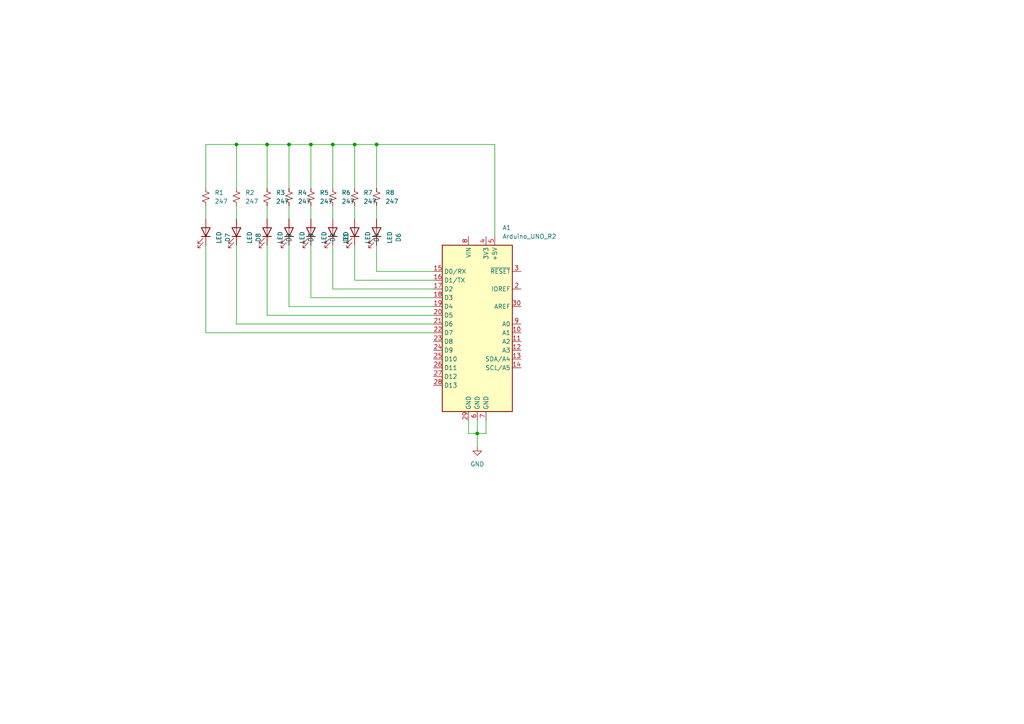
<source format=kicad_sch>
(kicad_sch (version 20230121) (generator eeschema)
  (paper "A4")
  (title_block (title "ARDUINO_UNO_SHIELD") (date "2024-01-18") (rev "1") (company "BACH KHOA UNIVERSITY"))
  (lib_symbols
    (symbol "Device:LED" (pin_numbers hide) (pin_names (offset 1.016) hide)
      (property "Reference" "D" (at 0 2.54 0))
      (property "Value" "LED" (at 0 -2.54 0))
      (symbol "LED_0_1"
        (polyline (pts (xy -1.27 -1.27) (xy -1.27 1.27)) (stroke (width 0.254)))
        (polyline (pts (xy -1.27 0) (xy 1.27 0)))
        (polyline (pts (xy 1.27 -1.27) (xy 1.27 1.27) (xy -1.27 0) (xy 1.27 -1.27)) (stroke (width 0.254)))
        (polyline (pts (xy -3.048 -0.762) (xy -4.572 -2.286) (xy -3.81 -2.286) (xy -4.572 -2.286) (xy -4.572 -1.524)))
        (polyline (pts (xy -1.778 -0.762) (xy -3.302 -2.286) (xy -2.54 -2.286) (xy -3.302 -2.286) (xy -3.302 -1.524)))
      )
      (symbol "LED_1_1"
        (pin passive line (at -3.81 0 0) (length 2.54) (name "K") (number "1"))
        (pin passive line (at 3.81 0 180) (length 2.54) (name "A") (number "2"))
      )
    )
    (symbol "Device:R_Small_US" (pin_numbers hide) (pin_names (offset 0.254) hide)
      (property "Reference" "R1" (at 2.54 1.27 0))
      (property "Value" "247" (at 2.54 -1.27 0))
      (symbol "R_Small_US_1_1"
        (polyline (pts (xy 0 0) (xy 1.016 -0.381) (xy 0 -0.762) (xy -1.016 -1.143) (xy 0 -1.524)))
        (polyline (pts (xy 0 1.524) (xy 1.016 1.143) (xy 0 0.762) (xy -1.016 0.381) (xy 0 0)))
        (pin passive line (at 0 2.54 270) (length 1.016) (name "~") (number "1"))
        (pin passive line (at 0 -2.54 90) (length 1.016) (name "~") (number "2"))
      )
    )
    (symbol "MCU_Module:Arduino_UNO_R2"
      (property "Reference" "A" (at -10.16 23.495 0))
      (property "Value" "Arduino_UNO_R2" (at 5.08 -26.67 0))
      (symbol "Arduino_UNO_R2_0_1"
        (rectangle (start -10.16 22.86) (end 10.16 -25.4) (stroke (width 0.254)) (fill (type background)))
      )
      (symbol "Arduino_UNO_R2_1_1"
        (pin no_connect line (at -10.16 -20.32 0) (length 2.54) hide (name "NC") (number "1"))
        (pin bidirectional line (at 12.7 -2.54 180) (length 2.54) (name "A1") (number "10"))
        (pin bidirectional line (at 12.7 -5.08 180) (length 2.54) (name "A2") (number "11"))
        (pin bidirectional line (at 12.7 -7.62 180) (length 2.54) (name "A3") (number "12"))
        (pin bidirectional line (at 12.7 -10.16 180) (length 2.54) (name "SDA/A4") (number "13"))
        (pin bidirectional line (at 12.7 -12.7 180) (length 2.54) (name "SCL/A5") (number "14"))
        (pin bidirectional line (at -12.7 15.24 0) (length 2.54) (name "D0/RX") (number "15"))
        (pin bidirectional line (at -12.7 12.7 0) (length 2.54) (name "D1/TX") (number "16"))
        (pin bidirectional line (at -12.7 10.16 0) (length 2.54) (name "D2") (number "17"))
        (pin bidirectional line (at -12.7 7.62 0) (length 2.54) (name "D3") (number "18"))
        (pin bidirectional line (at -12.7 5.08 0) (length 2.54) (name "D4") (number "19"))
        (pin output line (at 12.7 10.16 180) (length 2.54) (name "IOREF") (number "2"))
        (pin bidirectional line (at -12.7 2.54 0) (length 2.54) (name "D5") (number "20"))
        (pin bidirectional line (at -12.7 0 0) (length 2.54) (name "D6") (number "21"))
        (pin bidirectional line (at -12.7 -2.54 0) (length 2.54) (name "D7") (number "22"))
        (pin bidirectional line (at -12.7 -5.08 0) (length 2.54) (name "D8") (number "23"))
        (pin bidirectional line (at -12.7 -7.62 0) (length 2.54) (name "D9") (number "24"))
        (pin bidirectional line (at -12.7 -10.16 0) (length 2.54) (name "D10") (number "25"))
        (pin bidirectional line (at -12.7 -12.7 0) (length 2.54) (name "D11") (number "26"))
        (pin bidirectional line (at -12.7 -15.24 0) (length 2.54) (name "D12") (number "27"))
        (pin bidirectional line (at -12.7 -17.78 0) (length 2.54) (name "D13") (number "28"))
        (pin power_in line (at -2.54 -27.94 90) (length 2.54) (name "GND") (number "29"))
        (pin input line (at 12.7 15.24 180) (length 2.54) (name "~{RESET}") (number "3"))
        (pin input line (at 12.7 5.08 180) (length 2.54) (name "AREF") (number "30"))
        (pin power_out line (at 2.54 25.4 270) (length 2.54) (name "3V3") (number "4"))
        (pin power_out line (at 5.08 25.4 270) (length 2.54) (name "+5V") (number "5"))
        (pin power_in line (at 0 -27.94 90) (length 2.54) (name "GND") (number "6"))
        (pin power_in line (at 2.54 -27.94 90) (length 2.54) (name "GND") (number "7"))
        (pin power_in line (at -2.54 25.4 270) (length 2.54) (name "VIN") (number "8"))
        (pin bidirectional line (at 12.7 0 180) (length 2.54) (name "A0") (number "9"))
      )
    )
    (symbol "power:GND" (power) (pin_names (offset 0))
      (property "Value" "GND" (at 0 -3.81 0))
      (symbol "GND_0_1"
        (polyline (pts (xy 0 0) (xy 0 -1.27) (xy 1.27 -1.27) (xy 0 -2.54) (xy -1.27 -1.27) (xy 0 -1.27)))
      )
      (symbol "GND_1_1"
        (pin power_in line (at 0 0 270) (length 0) hide (name "GND") (number "1"))
      )
    )
  )
  (junction (at 96.52 41.91))
  (junction (at 77.47 41.91))
  (junction (at 102.87 41.91))
  (junction (at 138.43 125.73))
  (junction (at 68.58 41.91))
  (junction (at 83.82 41.91))
  (junction (at 109.22 41.91))
  (junction (at 90.17 41.91))
  (wire (pts (xy 109.22 59.69) (xy 109.22 63.5)))
  (wire (pts (xy 102.87 41.91) (xy 109.22 41.91)))
  (wire (pts (xy 140.97 121.92) (xy 140.97 125.73)))
  (wire (pts (xy 90.17 41.91) (xy 90.17 54.61)))
  (wire (pts (xy 138.43 125.73) (xy 138.43 129.54)))
  (wire (pts (xy 68.58 41.91) (xy 77.47 41.91)))
  (wire (pts (xy 102.87 81.28) (xy 125.73 81.28)))
  (wire (pts (xy 77.47 71.12) (xy 77.47 91.44)))
  (wire (pts (xy 68.58 59.69) (xy 68.58 63.5)))
  (wire (pts (xy 90.17 71.12) (xy 90.17 86.36)))
  (wire (pts (xy 135.89 121.92) (xy 135.89 125.73)))
  (wire (pts (xy 102.87 71.12) (xy 102.87 81.28)))
  (wire (pts (xy 77.47 41.91) (xy 83.82 41.91)))
  (wire (pts (xy 77.47 41.91) (xy 77.47 54.61)))
  (wire (pts (xy 68.58 41.91) (xy 68.58 54.61)))
  (wire (pts (xy 68.58 71.12) (xy 68.58 93.98)))
  (wire (pts (xy 96.52 41.91) (xy 96.52 54.61)))
  (wire (pts (xy 90.17 59.69) (xy 90.17 63.5)))
  (wire (pts (xy 83.82 88.9) (xy 125.73 88.9)))
  (wire (pts (xy 83.82 59.69) (xy 83.82 63.5)))
  (wire (pts (xy 59.69 96.52) (xy 125.73 96.52)))
  (wire (pts (xy 96.52 83.82) (xy 125.73 83.82)))
  (wire (pts (xy 96.52 71.12) (xy 96.52 83.82)))
  (wire (pts (xy 140.97 125.73) (xy 138.43 125.73)))
  (wire (pts (xy 68.58 93.98) (xy 125.73 93.98)))
  (wire (pts (xy 102.87 59.69) (xy 102.87 63.5)))
  (wire (pts (xy 109.22 54.61) (xy 109.22 41.91)))
  (wire (pts (xy 59.69 71.12) (xy 59.69 96.52)))
  (wire (pts (xy 109.22 41.91) (xy 143.51 41.91)))
  (wire (pts (xy 59.69 41.91) (xy 68.58 41.91)))
  (wire (pts (xy 143.51 41.91) (xy 143.51 68.58)))
  (wire (pts (xy 135.89 125.73) (xy 138.43 125.73)))
  (wire (pts (xy 90.17 86.36) (xy 125.73 86.36)))
  (wire (pts (xy 59.69 59.69) (xy 59.69 63.5)))
  (wire (pts (xy 77.47 59.69) (xy 77.47 63.5)))
  (wire (pts (xy 77.47 91.44) (xy 125.73 91.44)))
  (wire (pts (xy 96.52 59.69) (xy 96.52 63.5)))
  (wire (pts (xy 109.22 71.12) (xy 109.22 78.74)))
  (wire (pts (xy 83.82 41.91) (xy 90.17 41.91)))
  (wire (pts (xy 90.17 41.91) (xy 96.52 41.91)))
  (wire (pts (xy 59.69 54.61) (xy 59.69 41.91)))
  (wire (pts (xy 102.87 41.91) (xy 102.87 54.61)))
  (wire (pts (xy 96.52 41.91) (xy 102.87 41.91)))
  (wire (pts (xy 83.82 41.91) (xy 83.82 54.61)))
  (wire (pts (xy 83.82 71.12) (xy 83.82 88.9)))
  (wire (pts (xy 138.43 121.92) (xy 138.43 125.73)))
  (wire (pts (xy 109.22 78.74) (xy 125.73 78.74)))
  (symbol (lib_id "Device:R_Small_US") (at 68.58 57.15 0) (unit 1)
    (property "Reference" "R2" (at 71.12 55.88 0) (effects (justify left)))
    (property "Value" "247" (at 71.12 58.42 0) (effects (justify left)))
    (property "Footprint" "Resistor_SMD:R_0603_1608Metric" (effects hide))
  )
  (symbol (lib_id "Device:LED") (at 59.69 67.31 270) (mirror x) (unit 1)
    (property "Reference" "D7" (at 66.04 68.8975 0))
    (property "Value" "LED" (at 63.5 68.8975 0))
    (property "Footprint" "LED_SMD:LED_0805_2012Metric" (effects hide))
  )
  (symbol (lib_id "Device:R_Small_US") (at 96.52 57.15 0) (unit 1)
    (property "Reference" "R6" (at 99.06 55.88 0) (effects (justify left)))
    (property "Value" "247" (at 99.06 58.42 0) (effects (justify left)))
    (property "Footprint" "Resistor_SMD:R_0603_1608Metric" (effects hide))
  )
  (symbol (lib_id "Device:LED") (at 83.82 67.31 270) (mirror x) (unit 1)
    (property "Reference" "D3" (at 90.17 68.8975 0))
    (property "Value" "LED" (at 87.63 68.8975 0))
    (property "Footprint" "LED_SMD:LED_0805_2012Metric" (effects hide))
  )
  (symbol (lib_id "Device:LED") (at 68.58 67.31 270) (mirror x) (unit 1)
    (property "Reference" "D8" (at 74.93 68.8975 0))
    (property "Value" "LED" (at 72.39 68.8975 0))
    (property "Footprint" "LED_SMD:LED_0805_2012Metric" (effects hide))
  )
  (symbol (lib_id "Device:R_Small_US") (at 59.69 57.15 0) (unit 1)
    (property "Reference" "R1" (at 62.23 55.88 0) (effects (justify left)))
    (property "Value" "247" (at 62.23 58.42 0) (effects (justify left)))
    (property "Footprint" "Resistor_SMD:R_0603_1608Metric" (effects hide))
  )
  (symbol (lib_id "MCU_Module:Arduino_UNO_R2") (at 138.43 93.98 0) (unit 1)
    (property "Reference" "A1" (at 145.7041 66.04 0) (effects (justify left)))
    (property "Value" "Arduino_UNO_R2" (at 145.7041 68.58 0) (effects (justify left)))
    (property "Footprint" "Module:Arduino_UNO_R2" (effects hide))
    (property "Datasheet" "https://www.arduino.cc/en/Main/arduinoBoardUno" (effects hide))
  )
  (symbol (lib_id "Device:LED") (at 96.52 67.31 270) (mirror x) (unit 1)
    (property "Reference" "D1" (at 100.33 68.8975 0))
    (property "Value" "LED" (at 100.33 68.8975 0))
    (property "Footprint" "LED_SMD:LED_0805_2012Metric" (effects hide))
  )
  (symbol (lib_id "power:GND") (at 138.43 129.54 0) (unit 1)
    (property "Reference" "#PWR01" (effects hide))
    (property "Value" "GND" (at 138.43 134.62 0))
  )
  (symbol (lib_id "Device:LED") (at 102.87 67.31 270) (mirror x) (unit 1)
    (property "Reference" "D4" (at 109.22 68.8975 0))
    (property "Value" "LED" (at 106.68 68.8975 0))
    (property "Footprint" "LED_SMD:LED_0805_2012Metric" (effects hide))
  )
  (symbol (lib_id "Device:LED") (at 109.22 67.31 270) (mirror x) (unit 1)
    (property "Reference" "D6" (at 115.57 68.8975 0))
    (property "Value" "LED" (at 113.03 68.8975 0))
    (property "Footprint" "LED_SMD:LED_0805_2012Metric" (effects hide))
  )
  (symbol (lib_id "Device:R_Small_US") (at 77.47 57.15 0) (unit 1)
    (property "Reference" "R3" (at 80.01 55.88 0) (effects (justify left)))
    (property "Value" "247" (at 80.01 58.42 0) (effects (justify left)))
    (property "Footprint" "Resistor_SMD:R_0603_1608Metric" (effects hide))
  )
  (symbol (lib_id "Device:R_Small_US") (at 90.17 57.15 0) (unit 1)
    (property "Reference" "R5" (at 92.71 55.88 0) (effects (justify left)))
    (property "Value" "247" (at 92.71 58.42 0) (effects (justify left)))
    (property "Footprint" "Resistor_SMD:R_0603_1608Metric" (effects hide))
  )
  (symbol (lib_id "Device:R_Small_US") (at 102.87 57.15 0) (unit 1)
    (property "Reference" "R7" (at 105.41 55.88 0) (effects (justify left)))
    (property "Value" "247" (at 105.41 58.42 0) (effects (justify left)))
    (property "Footprint" "Resistor_SMD:R_0603_1608Metric" (effects hide))
  )
  (symbol (lib_id "Device:R_Small_US") (at 109.22 57.15 0) (unit 1)
    (property "Reference" "R8" (at 111.76 55.88 0) (effects (justify left)))
    (property "Value" "247" (at 111.76 58.42 0) (effects (justify left)))
    (property "Footprint" "Resistor_SMD:R_0603_1608Metric" (effects hide))
  )
  (symbol (lib_id "Device:LED") (at 90.17 67.31 270) (mirror x) (unit 1)
    (property "Reference" "D2" (at 96.52 68.8975 0))
    (property "Value" "LED" (at 93.98 68.8975 0))
    (property "Footprint" "LED_SMD:LED_0805_2012Metric" (effects hide))
  )
  (symbol (lib_id "Device:LED") (at 77.47 67.31 270) (mirror x) (unit 1)
    (property "Reference" "D9" (at 83.82 68.8975 0))
    (property "Value" "LED" (at 81.28 68.8975 0))
    (property "Footprint" "LED_SMD:LED_0805_2012Metric" (effects hide))
  )
  (symbol (lib_id "Device:R_Small_US") (at 83.82 57.15 0) (unit 1)
    (property "Reference" "R4" (at 86.36 55.88 0) (effects (justify left)))
    (property "Value" "247" (at 86.36 58.42 0) (effects (justify left)))
    (property "Footprint" "Resistor_SMD:R_0603_1608Metric" (effects hide))
  )
)
</source>
